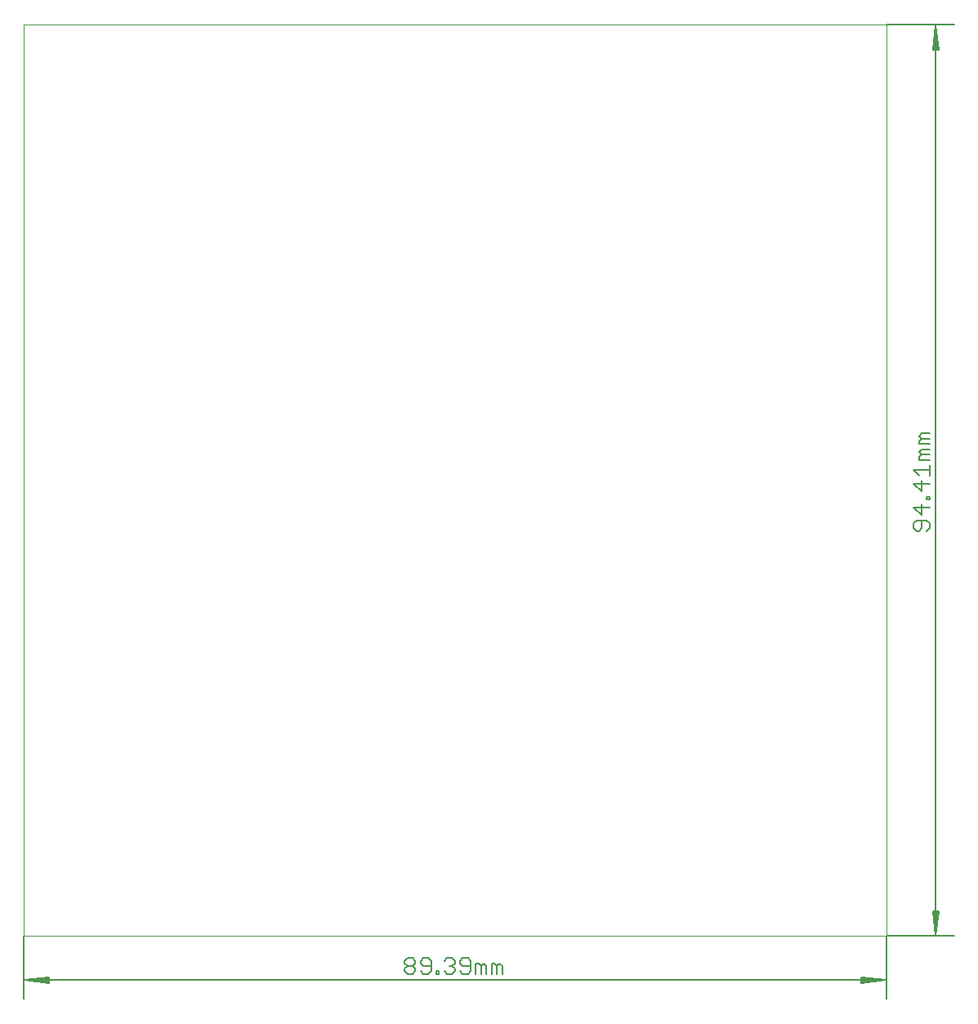
<source format=gbo>
G75*
%MOIN*%
%OFA0B0*%
%FSLAX25Y25*%
%IPPOS*%
%LPD*%
%AMOC8*
5,1,8,0,0,1.08239X$1,22.5*
%
%ADD10C,0.00000*%
%ADD11C,0.00512*%
%ADD12C,0.00600*%
D10*
X0001500Y0026933D02*
X0001500Y0398634D01*
X0353421Y0398634D01*
X0353421Y0026933D01*
X0001500Y0026933D01*
D11*
X0001500Y0001256D01*
X0001756Y0008933D02*
X0011736Y0007909D01*
X0011736Y0007676D02*
X0001756Y0008933D01*
X0011736Y0009957D01*
X0011736Y0010190D02*
X0011736Y0007676D01*
X0011736Y0008421D02*
X0001756Y0008933D01*
X0011736Y0009445D01*
X0011736Y0010190D02*
X0001756Y0008933D01*
X0353165Y0008933D01*
X0343185Y0007909D01*
X0343185Y0007676D02*
X0353165Y0008933D01*
X0343185Y0009957D01*
X0343185Y0010190D02*
X0343185Y0007676D01*
X0343185Y0008421D02*
X0353165Y0008933D01*
X0343185Y0009445D01*
X0343185Y0010190D02*
X0353165Y0008933D01*
X0353421Y0001256D02*
X0353421Y0026933D01*
X0381177Y0026933D01*
X0373500Y0027189D02*
X0374524Y0037169D01*
X0374757Y0037169D02*
X0373500Y0027189D01*
X0372476Y0037169D01*
X0372243Y0037169D02*
X0374757Y0037169D01*
X0374012Y0037169D02*
X0373500Y0027189D01*
X0372988Y0037169D01*
X0372243Y0037169D02*
X0373500Y0027189D01*
X0373500Y0398378D01*
X0374524Y0388398D01*
X0374757Y0388398D02*
X0373500Y0398378D01*
X0372476Y0388398D01*
X0372243Y0388398D02*
X0374757Y0388398D01*
X0374012Y0388398D02*
X0373500Y0398378D01*
X0372988Y0388398D01*
X0372243Y0388398D02*
X0373500Y0398378D01*
X0381177Y0398634D02*
X0353421Y0398634D01*
D12*
X0367735Y0231930D02*
X0366668Y0230863D01*
X0367735Y0229795D01*
X0370938Y0229795D01*
X0370938Y0231930D02*
X0367735Y0231930D01*
X0367735Y0229795D02*
X0366668Y0228727D01*
X0366668Y0227660D01*
X0370938Y0227660D01*
X0370938Y0225485D02*
X0367735Y0225485D01*
X0366668Y0224417D01*
X0367735Y0223349D01*
X0370938Y0223349D01*
X0370938Y0221214D02*
X0366668Y0221214D01*
X0366668Y0222282D01*
X0367735Y0223349D01*
X0370938Y0219039D02*
X0370938Y0214769D01*
X0370938Y0216904D02*
X0364533Y0216904D01*
X0366668Y0214769D01*
X0367735Y0212594D02*
X0367735Y0208323D01*
X0364533Y0211526D01*
X0370938Y0211526D01*
X0370938Y0206168D02*
X0370938Y0205101D01*
X0369871Y0205101D01*
X0369871Y0206168D01*
X0370938Y0206168D01*
X0370938Y0201858D02*
X0364533Y0201858D01*
X0367735Y0198655D01*
X0367735Y0202925D01*
X0367735Y0196480D02*
X0367735Y0193277D01*
X0366668Y0192210D01*
X0365600Y0192210D01*
X0364533Y0193277D01*
X0364533Y0195412D01*
X0365600Y0196480D01*
X0369871Y0196480D01*
X0370938Y0195412D01*
X0370938Y0193277D01*
X0369871Y0192210D01*
X0195540Y0015765D02*
X0196607Y0014698D01*
X0196607Y0011495D01*
X0194472Y0011495D02*
X0194472Y0014698D01*
X0195540Y0015765D01*
X0194472Y0014698D02*
X0193405Y0015765D01*
X0192337Y0015765D01*
X0192337Y0011495D01*
X0190162Y0011495D02*
X0190162Y0014698D01*
X0189094Y0015765D01*
X0188027Y0014698D01*
X0188027Y0011495D01*
X0185891Y0011495D02*
X0185891Y0015765D01*
X0186959Y0015765D01*
X0188027Y0014698D01*
X0183716Y0014698D02*
X0180514Y0014698D01*
X0179446Y0015765D01*
X0179446Y0016833D01*
X0180514Y0017900D01*
X0182649Y0017900D01*
X0183716Y0016833D01*
X0183716Y0012562D01*
X0182649Y0011495D01*
X0180514Y0011495D01*
X0179446Y0012562D01*
X0177271Y0012562D02*
X0176203Y0011495D01*
X0174068Y0011495D01*
X0173000Y0012562D01*
X0170845Y0012562D02*
X0170845Y0011495D01*
X0169778Y0011495D01*
X0169778Y0012562D01*
X0170845Y0012562D01*
X0167603Y0012562D02*
X0166535Y0011495D01*
X0164400Y0011495D01*
X0163332Y0012562D01*
X0161157Y0012562D02*
X0160089Y0011495D01*
X0157954Y0011495D01*
X0156887Y0012562D01*
X0156887Y0013630D01*
X0157954Y0014698D01*
X0160089Y0014698D01*
X0161157Y0013630D01*
X0161157Y0012562D01*
X0160089Y0014698D02*
X0161157Y0015765D01*
X0161157Y0016833D01*
X0160089Y0017900D01*
X0157954Y0017900D01*
X0156887Y0016833D01*
X0156887Y0015765D01*
X0157954Y0014698D01*
X0163332Y0015765D02*
X0163332Y0016833D01*
X0164400Y0017900D01*
X0166535Y0017900D01*
X0167603Y0016833D01*
X0167603Y0012562D01*
X0167603Y0014698D02*
X0164400Y0014698D01*
X0163332Y0015765D01*
X0173000Y0016833D02*
X0174068Y0017900D01*
X0176203Y0017900D01*
X0177271Y0016833D01*
X0177271Y0015765D01*
X0176203Y0014698D01*
X0177271Y0013630D01*
X0177271Y0012562D01*
X0176203Y0014698D02*
X0175136Y0014698D01*
M02*

</source>
